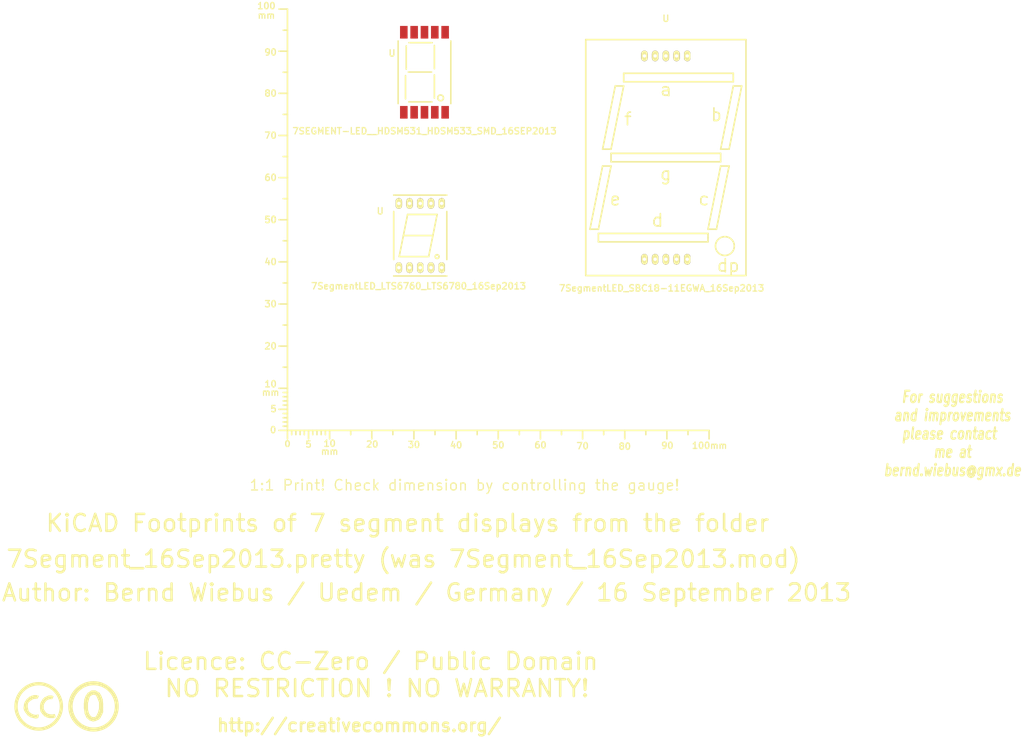
<source format=kicad_pcb>
(kicad_pcb (version 20221018) (generator pcbnew)
  (layers (0 "F.Cu" signal "Vorderseite") (31 "B.Cu" signal "Rückseite") (34 "B.Paste" user) (35 "F.Paste" user) (36 "B.SilkS" user) (37 "F.SilkS" user) (38 "B.Mask" user) (39 "F.Mask" user) (44 "Edge.Cuts" user))
  (net 0 "")
  (footprint "Gauge_100mm_Type2_SilkScreenTop_RevA_Date22Jun2010" (layer "F.Cu") (at 86 123)
    (fp_text reference "MSC" hide)
    (fp_text value "Gauge_100mm_Type2_SilkScreenTop_RevA_Date22Jun2010" hide)
    (fp_text user "50" (at -4.0005 -49.9999) (layer "F.SilkS") (effects (font (size 1.50114 1.50114) (thickness 0.34036))))
    (fp_text user "40" (at 40.005 3.50012) (layer "F.SilkS") (effects (font (size 1.50114 1.50114) (thickness 0.29972))))
    (fp_text user "40" (at -4.0005 -39.99992) (layer "F.SilkS") (effects (font (size 1.50114 1.50114) (thickness 0.29972))))
    (fp_text user "70" (at 70.00494 3.70078) (layer "F.SilkS") (effects (font (size 1.50114 1.50114) (thickness 0.29972))))
    (fp_text user "20" (at -4.0005 -19.99996) (layer "F.SilkS") (effects (font (size 1.50114 1.50114) (thickness 0.29972))))
    (fp_text user "100mm" (at 100.10648 3.60172) (layer "F.SilkS") (effects (font (size 1.50114 1.50114) (thickness 0.29972))))
    (fp_text user "0" (at 0.00508 3.19786) (layer "F.SilkS") (effects (font (size 1.39954 1.50114) (thickness 0.29972))))
    (fp_text user "60" (at -4.0005 -59.99988) (layer "F.SilkS") (effects (font (size 1.50114 1.50114) (thickness 0.29972))))
    (fp_text user "mm" (at -5.00126 -98.5012) (layer "F.SilkS") (effects (font (size 1.524 1.524) (thickness 0.3048))))
    (fp_text user "100" (at -4.99872 -100.7491) (layer "F.SilkS") (effects (font (size 1.50114 1.50114) (thickness 0.29972))))
    (fp_text user "90" (at -4.0005 -89.7509) (layer "F.SilkS") (effects (font (size 1.50114 1.50114) (thickness 0.29972))))
    (fp_text user "mm" (at -4.0005 -8.99922) (layer "F.SilkS") (effects (font (size 1.524 1.524) (thickness 0.3048))))
    (fp_text user "20" (at 20.1041 3.29946) (layer "F.SilkS") (effects (font (size 1.50114 1.50114) (thickness 0.29972))))
    (fp_text user "5" (at 5.0038 3.29946) (layer "F.SilkS") (effects (font (size 1.50114 1.50114) (thickness 0.29972))))
    (fp_text user "0" (at -3.4036 -0.10414) (layer "F.SilkS") (effects (font (size 1.50114 1.50114) (thickness 0.29972))))
    (fp_text user "30" (at 30.00502 3.39852) (layer "F.SilkS") (effects (font (size 1.50114 1.50114) (thickness 0.29972))))
    (fp_text user "80" (at 80.00492 3.79984) (layer "F.SilkS") (effects (font (size 1.50114 1.50114) (thickness 0.29972))))
    (fp_text user "5" (at -3.302 -5.10286) (layer "F.SilkS") (effects (font (size 1.50114 1.50114) (thickness 0.29972))))
    (fp_text user "80" (at -4.0005 -79.99984) (layer "F.SilkS") (effects (font (size 1.50114 1.50114) (thickness 0.29972))))
    (fp_text user "10" (at 10.00506 3.0988) (layer "F.SilkS") (effects (font (size 1.50114 1.50114) (thickness 0.29972))))
    (fp_text user "10" (at -4.0005 -11.00074) (layer "F.SilkS") (effects (font (size 1.50114 1.50114) (thickness 0.29972))))
    (fp_text user "mm" (at 9.99998 5.00126) (layer "F.SilkS") (effects (font (size 1.524 1.524) (thickness 0.3048))))
    (fp_text user "50" (at 50.00498 3.50012) (layer "F.SilkS") (effects (font (size 1.50114 1.50114) (thickness 0.29972))))
    (fp_text user "90" (at 90.1065 3.60172) (layer "F.SilkS") (effects (font (size 1.50114 1.50114) (thickness 0.29972))))
    (fp_text user "70" (at -4.0005 -69.99986) (layer "F.SilkS") (effects (font (size 1.50114 1.50114) (thickness 0.29972))))
    (fp_text user "30" (at -4.0005 -29.99994) (layer "F.SilkS") (effects (font (size 1.50114 1.50114) (thickness 0.29972))))
    (fp_text user "60" (at 60.00496 3.50012) (layer "F.SilkS") (effects (font (size 1.50114 1.50114) (thickness 0.29972))))
    (fp_line (start 0 -99.9998) (end -1.99898 -99.9998) (stroke (width 0.381)) (layer "F.SilkS"))
    (fp_line (start 0 -95.00108) (end -1.00076 -95.00108) (stroke (width 0.381)) (layer "F.SilkS"))
    (fp_line (start 0 -89.99982) (end -1.99898 -89.99982) (stroke (width 0.381)) (layer "F.SilkS"))
    (fp_line (start 0 -85.0011) (end -1.00076 -85.0011) (stroke (width 0.381)) (layer "F.SilkS"))
    (fp_line (start 0 -79.99984) (end -1.99898 -79.99984) (stroke (width 0.381)) (layer "F.SilkS"))
    (fp_line (start 0 -75.00112) (end -1.00076 -75.00112) (stroke (width 0.381)) (layer "F.SilkS"))
    (fp_line (start 0 -69.99986) (end -1.99898 -69.99986) (stroke (width 0.381)) (layer "F.SilkS"))
    (fp_line (start 0 -65.00114) (end -1.00076 -65.00114) (stroke (width 0.381)) (layer "F.SilkS"))
    (fp_line (start 0 -59.99988) (end -1.99898 -59.99988) (stroke (width 0.381)) (layer "F.SilkS"))
    (fp_line (start 0 -55.00116) (end -1.00076 -55.00116) (stroke (width 0.381)) (layer "F.SilkS"))
    (fp_line (start 0 -49.9999) (end -1.99898 -49.9999) (stroke (width 0.381)) (layer "F.SilkS"))
    (fp_line (start 0 -45.00118) (end -1.00076 -45.00118) (stroke (width 0.381)) (layer "F.SilkS"))
    (fp_line (start 0 -39.99992) (end -1.99898 -39.99992) (stroke (width 0.381)) (layer "F.SilkS"))
    (fp_line (start 0 -35.0012) (end -1.00076 -35.0012) (stroke (width 0.381)) (layer "F.SilkS"))
    (fp_line (start 0 -29.99994) (end -1.99898 -29.99994) (stroke (width 0.381)) (layer "F.SilkS"))
    (fp_line (start 0 -25.00122) (end -1.00076 -25.00122) (stroke (width 0.381)) (layer "F.SilkS"))
    (fp_line (start 0 -19.99996) (end -1.99898 -19.99996) (stroke (width 0.381)) (layer "F.SilkS"))
    (fp_line (start 0 -15.00124) (end -1.00076 -15.00124) (stroke (width 0.381)) (layer "F.SilkS"))
    (fp_line (start 0 -9.99998) (end -1.99898 -9.99998) (stroke (width 0.381)) (layer "F.SilkS"))
    (fp_line (start 0 -8.99922) (end -1.00076 -8.99922) (stroke (width 0.381)) (layer "F.SilkS"))
    (fp_line (start 0 -8.001) (end -1.00076 -8.001) (stroke (width 0.381)) (layer "F.SilkS"))
    (fp_line (start 0 -7.00024) (end -1.00076 -7.00024) (stroke (width 0.381)) (layer "F.SilkS"))
    (fp_line (start 0 -5.99948) (end -1.00076 -5.99948) (stroke (width 0.381)) (layer "F.SilkS"))
    (fp_line (start 0 -5.00126) (end -1.99898 -5.00126) (stroke (width 0.381)) (layer "F.SilkS"))
    (fp_line (start 0 -4.0005) (end -1.00076 -4.0005) (stroke (width 0.381)) (layer "F.SilkS"))
    (fp_line (start 0 -2.99974) (end -1.00076 -2.99974) (stroke (width 0.381)) (layer "F.SilkS"))
    (fp_line (start 0 -1.99898) (end -1.00076 -1.99898) (stroke (width 0.381)) (layer "F.SilkS"))
    (fp_line (start 0 -1.00076) (end -1.00076 -1.00076) (stroke (width 0.381)) (layer "F.SilkS"))
    (fp_line (start 0 0) (end -1.99898 0) (stroke (width 0.381)) (layer "F.SilkS"))
    (fp_line (start 0 0) (end 0 -99.9998) (stroke (width 0.381)) (layer "F.SilkS"))
    (fp_line (start 0 0) (end 0 1.99898) (stroke (width 0.381)) (layer "F.SilkS"))
    (fp_line (start 0 0) (end 9.99998 0) (stroke (width 0.381)) (layer "F.SilkS"))
    (fp_line (start 1.00076 0) (end 1.00076 1.00076) (stroke (width 0.381)) (layer "F.SilkS"))
    (fp_line (start 1.99898 0) (end 1.99898 1.00076) (stroke (width 0.381)) (layer "F.SilkS"))
    (fp_line (start 2.99974 0) (end 2.99974 1.00076) (stroke (width 0.381)) (layer "F.SilkS"))
    (fp_line (start 4.0005 0) (end 4.0005 1.00076) (stroke (width 0.381)) (layer "F.SilkS"))
    (fp_line (start 5.00126 0) (end 5.00126 1.99898) (stroke (width 0.381)) (layer "F.SilkS"))
    (fp_line (start 5.99948 0) (end 5.99948 1.00076) (stroke (width 0.381)) (layer "F.SilkS"))
    (fp_line (start 7.00024 0) (end 7.00024 1.00076) (stroke (width 0.381)) (layer "F.SilkS"))
    (fp_line (start 8.001 0) (end 8.001 1.00076) (stroke (width 0.381)) (layer "F.SilkS"))
    (fp_line (start 8.99922 0) (end 8.99922 1.00076) (stroke (width 0.381)) (layer "F.SilkS"))
    (fp_line (start 9.99998 0) (end 9.99998 1.99898) (stroke (width 0.381)) (layer "F.SilkS"))
    (fp_line (start 9.99998 0) (end 99.9998 0) (stroke (width 0.381)) (layer "F.SilkS"))
    (fp_line (start 15.00124 0) (end 15.00124 1.00076) (stroke (width 0.381)) (layer "F.SilkS"))
    (fp_line (start 19.99996 0) (end 19.99996 1.99898) (stroke (width 0.381)) (layer "F.SilkS"))
    (fp_line (start 25.00122 0) (end 25.00122 1.00076) (stroke (width 0.381)) (layer "F.SilkS"))
    (fp_line (start 29.99994 0) (end 29.99994 1.99898) (stroke (width 0.381)) (layer "F.SilkS"))
    (fp_line (start 35.0012 0) (end 35.0012 1.00076) (stroke (width 0.381)) (layer "F.SilkS"))
    (fp_line (start 39.99992 0) (end 39.99992 1.99898) (stroke (width 0.381)) (layer "F.SilkS"))
    (fp_line (start 45.00118 0) (end 45.00118 1.00076) (stroke (width 0.381)) (layer "F.SilkS"))
    (fp_line (start 49.9999 0) (end 49.9999 1.99898) (stroke (width 0.381)) (layer "F.SilkS"))
    (fp_line (start 55.00116 0) (end 55.00116 1.00076) (stroke (width 0.381)) (layer "F.SilkS"))
    (fp_line (start 59.99988 0) (end 59.99988 1.99898) (stroke (width 0.381)) (layer "F.SilkS"))
    (fp_line (start 65.00114 0) (end 65.00114 1.00076) (stroke (width 0.381)) (layer "F.SilkS"))
    (fp_line (start 69.99986 0) (end 69.99986 1.99898) (stroke (width 0.381)) (layer "F.SilkS"))
    (fp_line (start 75.00112 0) (end 75.00112 1.00076) (stroke (width 0.381)) (layer "F.SilkS"))
    (fp_line (start 79.99984 0) (end 79.99984 1.99898) (stroke (width 0.381)) (layer "F.SilkS"))
    (fp_line (start 85.0011 0) (end 85.0011 1.00076) (stroke (width 0.381)) (layer "F.SilkS"))
    (fp_line (start 89.99982 0) (end 89.99982 1.99898) (stroke (width 0.381)) (layer "F.SilkS"))
    (fp_line (start 95.00108 0) (end 95.00108 1.00076) (stroke (width 0.381)) (layer "F.SilkS"))
    (fp_line (start 99.9998 0) (end 99.9998 1.99898) (stroke (width 0.381)) (layer "F.SilkS"))
  )
  (footprint "Symbol_CreativeCommons_SilkScreenTop_Type2_Big" (layer "F.Cu") (at 27 188.5)
    (fp_text reference "Sym" hide)
    (fp_text value "Symbol_CreativeCommons_Typ2_SilkScreenTop_Big" hide)
    (fp_line (start -5.40004 0.09906) (end -5.19938 1.30048) (stroke (width 0.381)) (layer "F.SilkS"))
    (fp_line (start -5.30098 -1.09982) (end -5.40004 0.09906) (stroke (width 0.381)) (layer "F.SilkS"))
    (fp_line (start -5.19938 1.30048) (end -4.8006 2.4003) (stroke (width 0.381)) (layer "F.SilkS"))
    (fp_line (start -5.00126 -2.10058) (end -5.30098 -1.09982) (stroke (width 0.381)) (layer "F.SilkS"))
    (fp_line (start -4.8006 2.4003) (end -3.79984 3.8989) (stroke (width 0.381)) (layer "F.SilkS"))
    (fp_line (start -4.50088 -2.99974) (end -5.00126 -2.10058) (stroke (width 0.381)) (layer "F.SilkS"))
    (fp_line (start -4.0005 -3.59918) (end -4.50088 -2.99974) (stroke (width 0.381)) (layer "F.SilkS"))
    (fp_line (start -3.79984 3.8989) (end -2.60096 4.8006) (stroke (width 0.381)) (layer "F.SilkS"))
    (fp_line (start -3.40106 0.39878) (end -3.29946 0.89916) (stroke (width 0.381)) (layer "F.SilkS"))
    (fp_line (start -3.29946 -4.20116) (end -4.0005 -3.59918) (stroke (width 0.381)) (layer "F.SilkS"))
    (fp_line (start -3.29946 -0.50038) (end -3.40106 0.39878) (stroke (width 0.381)) (layer "F.SilkS"))
    (fp_line (start -3.29946 -0.29972) (end -3.29946 0.40132) (stroke (width 0.381)) (layer "F.SilkS"))
    (fp_line (start -3.29946 0.40132) (end -3.2004 1.00076) (stroke (width 0.381)) (layer "F.SilkS"))
    (fp_line (start -3.29946 0.8001) (end -2.99974 1.39954) (stroke (width 0.381)) (layer "F.SilkS"))
    (fp_line (start -3.0988 -1.00076) (end -3.29946 -0.50038) (stroke (width 0.381)) (layer "F.SilkS"))
    (fp_line (start -3.0988 -0.89916) (end -3.29946 -0.29972) (stroke (width 0.381)) (layer "F.SilkS"))
    (fp_line (start -3.0988 0) (end -2.99974 -0.59944) (stroke (width 0.381)) (layer "F.SilkS"))
    (fp_line (start -2.99974 -0.8001) (end -2.70002 -1.30048) (stroke (width 0.381)) (layer "F.SilkS"))
    (fp_line (start -2.99974 0.70104) (end -3.0988 0) (stroke (width 0.381)) (layer "F.SilkS"))
    (fp_line (start -2.9972 1.19888) (end -2.59842 1.19888) (stroke (width 0.381)) (layer "F.SilkS"))
    (fp_line (start -2.89814 1.4986) (end -2.49682 1.99898) (stroke (width 0.381)) (layer "F.SilkS"))
    (fp_line (start -2.79908 -0.29972) (end -2.79908 0.20066) (stroke (width 0.381)) (layer "F.SilkS"))
    (fp_line (start -2.79908 0.20066) (end -2.59842 1.00076) (stroke (width 0.381)) (layer "F.SilkS"))
    (fp_line (start -2.79908 1.39954) (end -2.99974 0.70104) (stroke (width 0.381)) (layer "F.SilkS"))
    (fp_line (start -2.70002 -4.699) (end -3.29946 -4.20116) (stroke (width 0.381)) (layer "F.SilkS"))
    (fp_line (start -2.70002 -1.6002) (end -3.0988 -1.00076) (stroke (width 0.381)) (layer "F.SilkS"))
    (fp_line (start -2.70002 -1.09982) (end -2.19964 -1.6002) (stroke (width 0.381)) (layer "F.SilkS"))
    (fp_line (start -2.70002 -0.8001) (end -2.79908 -0.29972) (stroke (width 0.381)) (layer "F.SilkS"))
    (fp_line (start -2.69748 1.00076) (end -2.39776 1.39954) (stroke (width 0.381)) (layer "F.SilkS"))
    (fp_line (start -2.60096 4.8006) (end -1.30048 5.30098) (stroke (width 0.381)) (layer "F.SilkS"))
    (fp_line (start -2.59842 -1.6002) (end -3.0988 -0.89916) (stroke (width 0.381)) (layer "F.SilkS"))
    (fp_line (start -2.49936 -1.69926) (end -2.70002 -1.6002) (stroke (width 0.381)) (layer "F.SilkS"))
    (fp_line (start -2.49682 1.99898) (end -1.89738 2.4003) (stroke (width 0.381)) (layer "F.SilkS"))
    (fp_line (start -2.4003 -1.30048) (end -2.70002 -0.8001) (stroke (width 0.381)) (layer "F.SilkS"))
    (fp_line (start -2.29616 1.4986) (end -1.79578 1.89992) (stroke (width 0.381)) (layer "F.SilkS"))
    (fp_line (start -2.29616 1.79832) (end -2.79654 1.29794) (stroke (width 0.381)) (layer "F.SilkS"))
    (fp_line (start -2.19964 -1.69926) (end -1.69926 -1.99898) (stroke (width 0.381)) (layer "F.SilkS"))
    (fp_line (start -2.10058 -2.09804) (end -2.59842 -1.69926) (stroke (width 0.381)) (layer "F.SilkS"))
    (fp_line (start -1.99898 -4.89966) (end -2.70002 -4.699) (stroke (width 0.381)) (layer "F.SilkS"))
    (fp_line (start -1.89992 -1.59766) (end -2.4003 -1.19888) (stroke (width 0.381)) (layer "F.SilkS"))
    (fp_line (start -1.89738 2.4003) (end -1.19634 2.59842) (stroke (width 0.381)) (layer "F.SilkS"))
    (fp_line (start -1.79578 1.89992) (end -1.29794 2.09804) (stroke (width 0.381)) (layer "F.SilkS"))
    (fp_line (start -1.69926 -1.99898) (end -1.19888 -2.19964) (stroke (width 0.381)) (layer "F.SilkS"))
    (fp_line (start -1.59766 2.2987) (end -2.29616 1.79832) (stroke (width 0.381)) (layer "F.SilkS"))
    (fp_line (start -1.4986 -2.39776) (end -2.10058 -2.09804) (stroke (width 0.381)) (layer "F.SilkS"))
    (fp_line (start -1.39954 -1.89738) (end -1.89992 -1.59766) (stroke (width 0.381)) (layer "F.SilkS"))
    (fp_line (start -1.30048 -5.10032) (end -1.99898 -4.89966) (stroke (width 0.381)) (layer "F.SilkS"))
    (fp_line (start -1.30048 5.30098) (end 0.09906 5.30098) (stroke (width 0.381)) (layer "F.SilkS"))
    (fp_line (start -1.29794 2.09804) (end -0.89662 2.19964) (stroke (width 0.381)) (layer "F.SilkS"))
    (fp_line (start -1.19888 -2.19964) (end -0.6985 -2.19964) (stroke (width 0.381)) (layer "F.SilkS"))
    (fp_line (start -1.19634 2.59842) (end -0.69596 2.70002) (stroke (width 0.381)) (layer "F.SilkS"))
    (fp_line (start -1.00076 -2.49936) (end -1.4986 -2.39776) (stroke (width 0.381)) (layer "F.SilkS"))
    (fp_line (start -0.89916 -1.99898) (end -1.39954 -1.89738) (stroke (width 0.381)) (layer "F.SilkS"))
    (fp_line (start -0.89662 2.19964) (end -0.49784 2.19964) (stroke (width 0.381)) (layer "F.SilkS"))
    (fp_line (start -0.89662 2.49936) (end -1.59766 2.2987) (stroke (width 0.381)) (layer "F.SilkS"))
    (fp_line (start -0.70104 2.70002) (end -0.29972 2.60096) (stroke (width 0.381)) (layer "F.SilkS"))
    (fp_line (start -0.6985 -2.19964) (end -0.29972 -2.19964) (stroke (width 0.381)) (layer "F.SilkS"))
    (fp_line (start -0.59944 -2.49936) (end -1.00076 -2.49936) (stroke (width 0.381)) (layer "F.SilkS"))
    (fp_line (start -0.50038 -5.40004) (end -1.30048 -5.10032) (stroke (width 0.381)) (layer "F.SilkS"))
    (fp_line (start -0.49784 2.19964) (end -0.19812 2.09804) (stroke (width 0.381)) (layer "F.SilkS"))
    (fp_line (start -0.39878 -1.99898) (end -0.89916 -1.99898) (stroke (width 0.381)) (layer "F.SilkS"))
    (fp_line (start -0.29972 -2.19964) (end -0.20066 -2.39776) (stroke (width 0.381)) (layer "F.SilkS"))
    (fp_line (start -0.29972 2.60096) (end -0.20066 2.10058) (stroke (width 0.381)) (layer "F.SilkS"))
    (fp_line (start -0.29718 2.4003) (end -0.89662 2.49936) (stroke (width 0.381)) (layer "F.SilkS"))
    (fp_line (start -0.20066 -2.39776) (end -0.59944 -2.49936) (stroke (width 0.381)) (layer "F.SilkS"))
    (fp_line (start -0.19812 2.09804) (end -0.29718 2.4003) (stroke (width 0.381)) (layer "F.SilkS"))
    (fp_line (start -0.19812 2.4003) (end -0.29718 2.59842) (stroke (width 0.381)) (layer "F.SilkS"))
    (fp_line (start 0 -5.40004) (end -0.50038 -5.40004) (stroke (width 0.381)) (layer "F.SilkS"))
    (fp_line (start 0.09906 5.30098) (end 1.6002 5.19938) (stroke (width 0.381)) (layer "F.SilkS"))
    (fp_line (start 0.50292 -0.20066) (end 0.50292 0.49784) (stroke (width 0.381)) (layer "F.SilkS"))
    (fp_line (start 0.50292 0.49784) (end 0.60198 1.09982) (stroke (width 0.381)) (layer "F.SilkS"))
    (fp_line (start 0.60198 -0.70104) (end 0.50292 -0.20066) (stroke (width 0.381)) (layer "F.SilkS"))
    (fp_line (start 0.60198 1.09982) (end 1.00076 1.69926) (stroke (width 0.381)) (layer "F.SilkS"))
    (fp_line (start 0.70104 -0.29972) (end 1.00076 -1.00076) (stroke (width 0.381)) (layer "F.SilkS"))
    (fp_line (start 0.80264 -1.09982) (end 0.60198 -0.70104) (stroke (width 0.381)) (layer "F.SilkS"))
    (fp_line (start 0.80264 0.6985) (end 0.70104 -0.29972) (stroke (width 0.381)) (layer "F.SilkS"))
    (fp_line (start 1.00076 -1.00076) (end 1.60274 -1.7018) (stroke (width 0.381)) (layer "F.SilkS"))
    (fp_line (start 1.00076 -0.40132) (end 1.00076 0.09906) (stroke (width 0.381)) (layer "F.SilkS"))
    (fp_line (start 1.00076 0.09906) (end 1.00076 0.6985) (stroke (width 0.381)) (layer "F.SilkS"))
    (fp_line (start 1.00076 0.6985) (end 1.30048 1.19888) (stroke (width 0.381)) (layer "F.SilkS"))
    (fp_line (start 1.00076 1.69926) (end 1.50114 2.19964) (stroke (width 0.381)) (layer "F.SilkS"))
    (fp_line (start 1.10236 -1.6002) (end 0.80264 -1.09982) (stroke (width 0.381)) (layer "F.SilkS"))
    (fp_line (start 1.20142 1.6002) (end 0.80264 0.6985) (stroke (width 0.381)) (layer "F.SilkS"))
    (fp_line (start 1.30048 -1.00076) (end 1.00076 -0.40132) (stroke (width 0.381)) (layer "F.SilkS"))
    (fp_line (start 1.30048 1.19888) (end 1.7018 1.69926) (stroke (width 0.381)) (layer "F.SilkS"))
    (fp_line (start 1.39954 -5.19938) (end 0 -5.30098) (stroke (width 0.381)) (layer "F.SilkS"))
    (fp_line (start 1.50114 -2.00152) (end 1.10236 -1.6002) (stroke (width 0.381)) (layer "F.SilkS"))
    (fp_line (start 1.50114 2.19964) (end 2.10058 2.49936) (stroke (width 0.381)) (layer "F.SilkS"))
    (fp_line (start 1.6002 5.19938) (end 2.60096 4.699) (stroke (width 0.381)) (layer "F.SilkS"))
    (fp_line (start 1.60274 -1.7018) (end 2.30124 -2.10058) (stroke (width 0.381)) (layer "F.SilkS"))
    (fp_line (start 1.7018 1.69926) (end 2.30124 1.99898) (stroke (width 0.381)) (layer "F.SilkS"))
    (fp_line (start 1.80086 -1.6002) (end 1.30048 -1.00076) (stroke (width 0.381)) (layer "F.SilkS"))
    (fp_line (start 1.80086 2.09804) (end 1.20142 1.6002) (stroke (width 0.381)) (layer "F.SilkS"))
    (fp_line (start 2.00152 -2.20218) (end 1.50114 -2.00152) (stroke (width 0.381)) (layer "F.SilkS"))
    (fp_line (start 2.10058 2.49936) (end 2.60096 2.59842) (stroke (width 0.381)) (layer "F.SilkS"))
    (fp_line (start 2.30124 -2.10058) (end 3.00228 -2.10058) (stroke (width 0.381)) (layer "F.SilkS"))
    (fp_line (start 2.30124 1.99898) (end 2.90068 2.09804) (stroke (width 0.381)) (layer "F.SilkS"))
    (fp_line (start 2.4003 -4.8006) (end 1.39954 -5.19938) (stroke (width 0.381)) (layer "F.SilkS"))
    (fp_line (start 2.40284 -2.4003) (end 2.00152 -2.20218) (stroke (width 0.381)) (layer "F.SilkS"))
    (fp_line (start 2.5019 -1.89992) (end 1.80086 -1.6002) (stroke (width 0.381)) (layer "F.SilkS"))
    (fp_line (start 2.60096 2.59842) (end 3.00228 2.59842) (stroke (width 0.381)) (layer "F.SilkS"))
    (fp_line (start 2.60096 4.699) (end 4.20116 3.40106) (stroke (width 0.381)) (layer "F.SilkS"))
    (fp_line (start 2.80162 2.4003) (end 1.80086 2.09804) (stroke (width 0.381)) (layer "F.SilkS"))
    (fp_line (start 2.90068 2.09804) (end 3.40106 2.09804) (stroke (width 0.381)) (layer "F.SilkS"))
    (fp_line (start 2.99974 -2.4003) (end 3.29946 -2.30124) (stroke (width 0.381)) (layer "F.SilkS"))
    (fp_line (start 3.00228 -2.4003) (end 2.40284 -2.4003) (stroke (width 0.381)) (layer "F.SilkS"))
    (fp_line (start 3.00228 -2.10058) (end 3.10134 -1.89992) (stroke (width 0.381)) (layer "F.SilkS"))
    (fp_line (start 3.00228 2.59842) (end 3.40106 2.59842) (stroke (width 0.381)) (layer "F.SilkS"))
    (fp_line (start 3.10134 -1.89992) (end 2.5019 -1.89992) (stroke (width 0.381)) (layer "F.SilkS"))
    (fp_line (start 3.29946 -2.30124) (end 3.0988 -1.99898) (stroke (width 0.381)) (layer "F.SilkS"))
    (fp_line (start 3.40106 -4.09956) (end 2.4003 -4.8006) (stroke (width 0.381)) (layer "F.SilkS"))
    (fp_line (start 3.40106 2.09804) (end 3.70078 1.99898) (stroke (width 0.381)) (layer "F.SilkS"))
    (fp_line (start 3.40106 2.59842) (end 3.80238 2.49936) (stroke (width 0.381)) (layer "F.SilkS"))
    (fp_line (start 3.70078 2.10058) (end 3.79984 2.4003) (stroke (width 0.381)) (layer "F.SilkS"))
    (fp_line (start 3.70078 2.2987) (end 2.80162 2.4003) (stroke (width 0.381)) (layer "F.SilkS"))
    (fp_line (start 3.80238 2.49936) (end 3.70078 2.2987) (stroke (width 0.381)) (layer "F.SilkS"))
    (fp_line (start 4.20116 3.40106) (end 5.00126 1.80086) (stroke (width 0.381)) (layer "F.SilkS"))
    (fp_line (start 4.699 -2.49936) (end 3.40106 -4.09956) (stroke (width 0.381)) (layer "F.SilkS"))
    (fp_line (start 5.00126 1.80086) (end 5.40004 0.29972) (stroke (width 0.381)) (layer "F.SilkS"))
    (fp_line (start 5.19938 -1.39954) (end 4.699 -2.49936) (stroke (width 0.381)) (layer "F.SilkS"))
    (fp_line (start 5.40004 0.29972) (end 5.19938 -1.39954) (stroke (width 0.381)) (layer "F.SilkS"))
    (fp_circle (center 0 0) (end 5.08 1.016) (stroke (width 0.381)) (fill none) (layer "F.SilkS"))
    (fp_circle (center 0 0) (end 5.588 0) (stroke (width 0.381)) (fill none) (layer "F.SilkS"))
  )
  (footprint "Symbol_CC-PublicDomain_SilkScreenTop_Big" (layer "F.Cu") (at 40 188.5)
    (fp_text reference "Sym" hide)
    (fp_text value "Symbol_CC-PublicDomain_SilkScreenTop_Big" hide)
    (fp_line (start -2.1 -0.6) (end -2 -1.6) (stroke (width 0.381)) (layer "F.SilkS"))
    (fp_line (start -2.1 0.4) (end -2.1 -0.6) (stroke (width 0.381)) (layer "F.SilkS"))
    (fp_line (start -2 -1.6) (end -1.7 -2.4) (stroke (width 0.381)) (layer "F.SilkS"))
    (fp_line (start -1.9 0.6) (end -1.7 -1.9) (stroke (width 0.381)) (layer "F.SilkS"))
    (fp_line (start -1.9 1.7) (end -2.1 0.4) (stroke (width 0.381)) (layer "F.SilkS"))
    (fp_line (start -1.8 -0.7) (end -1.4 -2.2) (stroke (width 0.381)) (layer "F.SilkS"))
    (fp_line (start -1.8 1.2) (end -1.6 1.9) (stroke (width 0.381)) (layer "F.SilkS"))
    (fp_line (start -1.7 -2.4) (end -1.2 -3.1) (stroke (width 0.381)) (layer "F.SilkS"))
    (fp_line (start -1.7 1) (end -1.8 -0.7) (stroke (width 0.381)) (layer "F.SilkS"))
    (fp_line (start -1.6 1.9) (end -1.2 2.5) (stroke (width 0.381)) (layer "F.SilkS"))
    (fp_line (start -1.5 -0.75) (end -1.25 -1.75) (stroke (width 0.381)) (layer "F.SilkS"))
    (fp_line (start -1.5 0.75) (end -1.5 -0.75) (stroke (width 0.381)) (layer "F.SilkS"))
    (fp_line (start -1.5 2.6) (end -1.9 1.7) (stroke (width 0.381)) (layer "F.SilkS"))
    (fp_line (start -1.4 -2.2) (end -1 -2.9) (stroke (width 0.381)) (layer "F.SilkS"))
    (fp_line (start -1.3 2.3) (end -1.7 1) (stroke (width 0.381)) (layer "F.SilkS"))
    (fp_line (start -1.25 -1.75) (end -1 -2.5) (stroke (width 0.381)) (layer "F.SilkS"))
    (fp_line (start -1.25 1.75) (end -1.5 0.75) (stroke (width 0.381)) (layer "F.SilkS"))
    (fp_line (start -1.2 -3.1) (end -0.4 -3.6) (stroke (width 0.381)) (layer "F.SilkS"))
    (fp_line (start -1.1 2.7) (end -1.9 0.6) (stroke (width 0.381)) (layer "F.SilkS"))
    (fp_line (start -1 -2.9) (end -0.2 -3.3) (stroke (width 0.381)) (layer "F.SilkS"))
    (fp_line (start -1 -2.5) (end -0.3 -2.9) (stroke (width 0.381)) (layer "F.SilkS"))
    (fp_line (start -0.8 3.2) (end -1.5 2.6) (stroke (width 0.381)) (layer "F.SilkS"))
    (fp_line (start -0.75 2.5) (end -1.25 1.75) (stroke (width 0.381)) (layer "F.SilkS"))
    (fp_line (start -0.5 3.2) (end -1.1 2.7) (stroke (width 0.381)) (layer "F.SilkS"))
    (fp_line (start -0.4 -3.6) (end 0.4 -3.6) (stroke (width 0.381)) (layer "F.SilkS"))
    (fp_line (start -0.4 3) (end -1.3 2.3) (stroke (width 0.381)) (layer "F.SilkS"))
    (fp_line (start -0.3 -2.9) (end 0.2 -3) (stroke (width 0.381)) (layer "F.SilkS"))
    (fp_line (start -0.25 2.75) (end -0.75 2.5) (stroke (width 0.381)) (layer "F.SilkS"))
    (fp_line (start -0.2 -3.3) (end 0.7 -3.2) (stroke (width 0.381)) (layer "F.SilkS"))
    (fp_line (start -0.1 3.4) (end -0.8 3.2) (stroke (width 0.381)) (layer "F.SilkS"))
    (fp_line (start 0 -3) (end 0.75 -2.75) (stroke (width 0.381)) (layer "F.SilkS"))
    (fp_line (start 0.2 -3) (end 0.8 -3) (stroke (width 0.381)) (layer "F.SilkS"))
    (fp_line (start 0.2 3.2) (end -0.5 3.2) (stroke (width 0.381)) (layer "F.SilkS"))
    (fp_line (start 0.25 2.75) (end -0.25 2.75) (stroke (width 0.381)) (layer "F.SilkS"))
    (fp_line (start 0.4 -3.6) (end 1.1 -3.2) (stroke (width 0.381)) (layer "F.SilkS"))
    (fp_line (start 0.4 3.3) (end -0.1 3.4) (stroke (width 0.381)) (layer "F.SilkS"))
    (fp_line (start 0.5 3) (end -0.4 3) (stroke (width 0.381)) (layer "F.SilkS"))
    (fp_line (start 0.7 -3.2) (end 1.3 -3.1) (stroke (width 0.381)) (layer "F.SilkS"))
    (fp_line (start 0.75 -2.75) (end 1 -2.25) (stroke (width 0.381)) (layer "F.SilkS"))
    (fp_line (start 0.75 2.5) (end 0.25 2.75) (stroke (width 0.381)) (layer "F.SilkS"))
    (fp_line (start 0.8 -3) (end 1.4 -2.3) (stroke (width 0.381)) (layer "F.SilkS"))
    (fp_line (start 1 -2.25) (end 1.5 -1) (stroke (width 0.381)) (layer "F.SilkS"))
    (fp_line (start 1 2.7) (end 0.5 3) (stroke (width 0.381)) (layer "F.SilkS"))
    (fp_line (start 1.1 -3.2) (end 1.1 -2.9) (stroke (width 0.381)) (layer "F.SilkS"))
    (fp_line (start 1.1 -2.9) (end 1.8 -1.5) (stroke (width 0.381)) (layer "F.SilkS"))
    (fp_line (start 1.1 -2.5) (end 1.4 -1.9) (stroke (width 0.381)) (layer "F.SilkS"))
    (fp_line (start 1.1 3) (end 0.4 3.3) (stroke (width 0.381)) (layer "F.SilkS"))
    (fp_line (start 1.2 2.6) (end 0.2 3.2) (stroke (width 0.381)) (layer "F.SilkS"))
    (fp_line (start 1.25 1.5) (end 0.75 2.5) (stroke (width 0.381)) (layer "F.SilkS"))
    (fp_line (start 1.3 -3.1) (end 1.7 -2.4) (stroke (width 0.381)) (layer "F.SilkS"))
    (fp_line (start 1.4 -2.3) (end 1.6 -1.4) (stroke (width 0.381)) (layer "F.SilkS"))
    (fp_line (start 1.4 1.8) (end 1 2.7) (stroke (width 0.381)) (layer "F.SilkS"))
    (fp_line (start 1.5 -1) (end 1.5 -0.5) (stroke (width 0.381)) (layer "F.SilkS"))
    (fp_line (start 1.5 -0.5) (end 1.5 0.5) (stroke (width 0.381)) (layer "F.SilkS"))
    (fp_line (start 1.5 0.5) (end 1.25 1.5) (stroke (width 0.381)) (layer "F.SilkS"))
    (fp_line (start 1.5 2.6) (end 1.1 3) (stroke (width 0.381)) (layer "F.SilkS"))
    (fp_line (start 1.6 -1.4) (end 1.7 -0.3) (stroke (width 0.381)) (layer "F.SilkS"))
    (fp_line (start 1.7 -2.4) (end 2 -1.6) (stroke (width 0.381)) (layer "F.SilkS"))
    (fp_line (start 1.7 -0.3) (end 1.7 0.9) (stroke (width 0.381)) (layer "F.SilkS"))
    (fp_line (start 1.7 0.9) (end 1.4 1.8) (stroke (width 0.381)) (layer "F.SilkS"))
    (fp_line (start 1.8 -1.5) (end 1.8 -0.4) (stroke (width 0.381)) (layer "F.SilkS"))
    (fp_line (start 1.8 -0.4) (end 1.8 1.1) (stroke (width 0.381)) (layer "F.SilkS"))
    (fp_line (start 1.8 1.1) (end 1.2 2.6) (stroke (width 0.381)) (layer "F.SilkS"))
    (fp_line (start 1.9 1.8) (end 1.5 2.6) (stroke (width 0.381)) (layer "F.SilkS"))
    (fp_line (start 2 -1.6) (end 2.1 -0.6) (stroke (width 0.381)) (layer "F.SilkS"))
    (fp_line (start 2.1 -0.6) (end 2.1 0.3) (stroke (width 0.381)) (layer "F.SilkS"))
    (fp_line (start 2.1 0.3) (end 2.1 1.3) (stroke (width 0.381)) (layer "F.SilkS"))
    (fp_line (start 2.1 1.3) (end 1.9 1.8) (stroke (width 0.381)) (layer "F.SilkS"))
    (fp_circle (center 0 0) (end 5.5 0) (stroke (width 0.381)) (fill none) (layer "F.SilkS"))
    (fp_circle (center 0 0) (end 5.8 -0.05) (stroke (width 0.381)) (fill none) (layer "F.SilkS"))
    (fp_circle (center 0.05 0) (end 5.25 0) (stroke (width 0.381)) (fill none) (layer "F.SilkS"))
  )
  (footprint "7SegmentLED_LTS6760_LTS6780_16Sep2013" (layer "F.Cu") (at 117.5 76.75)
    (fp_text reference "U" (at -9.5 -5.8) (layer "F.SilkS") (effects (font (size 1.524 1.524) (thickness 0.3048))))
    (fp_text value "7SegmentLED_LTS6760_LTS6780_16Sep2013" (at -0.4 12) (layer "F.SilkS") (effects (font (size 1.524 1.524) (thickness 0.3048))))
    (fp_line (start -6.3 -9.6) (end 6.3 -9.6) (stroke (width 0.381)) (layer "F.SilkS"))
    (fp_line (start -6.3 -5.7) (end -6.3 5.7) (stroke (width 0.381)) (layer "F.SilkS"))
    (fp_line (start -5 5) (end 2 5) (stroke (width 0.381)) (layer "F.SilkS"))
    (fp_line (start -4 0) (end -5 5) (stroke (width 0.381)) (layer "F.SilkS"))
    (fp_line (start -3 -5) (end -4 0) (stroke (width 0.381)) (layer "F.SilkS"))
    (fp_line (start -3 -5) (end 4 -5) (stroke (width 0.381)) (layer "F.SilkS"))
    (fp_line (start 2 5) (end 3 0) (stroke (width 0.381)) (layer "F.SilkS"))
    (fp_line (start 3 0) (end -4 0) (stroke (width 0.381)) (layer "F.SilkS"))
    (fp_line (start 4 -5) (end 3 0) (stroke (width 0.381)) (layer "F.SilkS"))
    (fp_line (start 6.3 -5.7) (end 6.3 5.7) (stroke (width 0.381)) (layer "F.SilkS"))
    (fp_line (start 6.3 9.6) (end -6.3 9.6) (stroke (width 0.381)) (layer "F.SilkS"))
    (fp_circle (center 4 5) (end 4.4 5.2) (stroke (width 0.381)) (fill none) (layer "F.SilkS"))
    (pad "1" thru_hole oval (at -5.08 7.62) (size 1.524 2.524) (drill 0.8) (layers "*.Cu" "*.Mask" "F.SilkS"))
    (pad "2" thru_hole oval (at -2.54 7.62) (size 1.524 2.524) (drill 0.8) (layers "*.Cu" "*.Mask" "F.SilkS"))
    (pad "3" thru_hole oval (at 0 7.62) (size 1.524 2.524) (drill 0.8) (layers "*.Cu" "*.Mask" "F.SilkS"))
    (pad "4" thru_hole oval (at 2.54 7.62) (size 1.524 2.524) (drill 0.8) (layers "*.Cu" "*.Mask" "F.SilkS"))
    (pad "5" thru_hole oval (at 5.08 7.62) (size 1.524 2.524) (drill 0.8) (layers "*.Cu" "*.Mask" "F.SilkS"))
    (pad "6" thru_hole oval (at 5.08 -7.62) (size 1.524 2.524) (drill 0.8) (layers "*.Cu" "*.Mask" "F.SilkS"))
    (pad "7" thru_hole oval (at 2.54 -7.62) (size 1.524 2.524) (drill 0.8) (layers "*.Cu" "*.Mask" "F.SilkS"))
    (pad "8" thru_hole oval (at 0 -7.62) (size 1.524 2.524) (drill 0.8) (layers "*.Cu" "*.Mask" "F.SilkS"))
    (pad "9" thru_hole oval (at -2.54 -7.62) (size 1.524 2.524) (drill 0.8) (layers "*.Cu" "*.Mask" "F.SilkS"))
    (pad "10" thru_hole oval (at -5.08 -7.62) (size 1.524 2.524) (drill 0.8) (layers "*.Cu" "*.Mask" "F.SilkS"))
  )
  (footprint "7SegmentLED_SBC18-11EGWA_16Sep2013" (layer "F.Cu") (at 175.75 58.25)
    (fp_text reference "U" (at 0 -33) (layer "F.SilkS") (effects (font (size 1.524 1.524) (thickness 0.3048))))
    (fp_text value "7SegmentLED_SBC18-11EGWA_16Sep2013" (at -1 31) (layer "F.SilkS") (effects (font (size 1.524 1.524) (thickness 0.3048))))
    (fp_line (start -19 -28) (end 19 -28) (stroke (width 0.381)) (layer "F.SilkS"))
    (fp_line (start -19 28) (end -19 -28) (stroke (width 0.381)) (layer "F.SilkS"))
    (fp_line (start -18 17) (end -16 17) (stroke (width 0.381)) (layer "F.SilkS"))
    (fp_line (start -16 17) (end -13 2) (stroke (width 0.381)) (layer "F.SilkS"))
    (fp_line (start -16 18) (end -16 20) (stroke (width 0.381)) (layer "F.SilkS"))
    (fp_line (start -16 20) (end 10 20) (stroke (width 0.381)) (layer "F.SilkS"))
    (fp_line (start -15 -2) (end -13 -2) (stroke (width 0.381)) (layer "F.SilkS"))
    (fp_line (start -15 2) (end -18 17) (stroke (width 0.381)) (layer "F.SilkS"))
    (fp_line (start -13 -2) (end -10 -17) (stroke (width 0.381)) (layer "F.SilkS"))
    (fp_line (start -13 -1) (end -13 1) (stroke (width 0.381)) (layer "F.SilkS"))
    (fp_line (start -13 1) (end 13 1) (stroke (width 0.381)) (layer "F.SilkS"))
    (fp_line (start -13 2) (end -15 2) (stroke (width 0.381)) (layer "F.SilkS"))
    (fp_line (start -12.7 9.8) (end -12.6 9.4) (stroke (width 0.381)) (layer "F.SilkS"))
    (fp_line (start -12.7 10.9) (end -12.7 9.8) (stroke (width 0.381)) (layer "F.SilkS"))
    (fp_line (start -12.6 9.4) (end -12.3 9.2) (stroke (width 0.381)) (layer "F.SilkS"))
    (fp_line (start -12.5 11.1) (end -12.7 10.9) (stroke (width 0.381)) (layer "F.SilkS"))
    (fp_line (start -12.3 9.2) (end -11.8 9.2) (stroke (width 0.381)) (layer "F.SilkS"))
    (fp_line (start -12.2 11.2) (end -12.5 11.1) (stroke (width 0.381)) (layer "F.SilkS"))
    (fp_line (start -12 -17) (end -15 -2) (stroke (width 0.381)) (layer "F.SilkS"))
    (fp_line (start -11.8 9.2) (end -11.5 9.3) (stroke (width 0.381)) (layer "F.SilkS"))
    (fp_line (start -11.7 11.2) (end -12.2 11.2) (stroke (width 0.381)) (layer "F.SilkS"))
    (fp_line (start -11.5 9.3) (end -11.3 9.6) (stroke (width 0.381)) (layer "F.SilkS"))
    (fp_line (start -11.4 11) (end -11.7 11.2) (stroke (width 0.381)) (layer "F.SilkS"))
    (fp_line (start -11.3 9.6) (end -11.3 9.9) (stroke (width 0.381)) (layer "F.SilkS"))
    (fp_line (start -11.3 9.9) (end -12.7 10.2) (stroke (width 0.381)) (layer "F.SilkS"))
    (fp_line (start -10 -20) (end -10 -18) (stroke (width 0.381)) (layer "F.SilkS"))
    (fp_line (start -10 -18) (end 16 -18) (stroke (width 0.381)) (layer "F.SilkS"))
    (fp_line (start -10 -17) (end -12 -17) (stroke (width 0.381)) (layer "F.SilkS"))
    (fp_line (start -9.6 -9.8) (end -8.4 -9.8) (stroke (width 0.381)) (layer "F.SilkS"))
    (fp_line (start -9.1 -10.4) (end -9.1 -7.8) (stroke (width 0.381)) (layer "F.SilkS"))
    (fp_line (start -8.9 -10.7) (end -9.1 -10.4) (stroke (width 0.381)) (layer "F.SilkS"))
    (fp_line (start -8.7 -10.8) (end -8.9 -10.7) (stroke (width 0.381)) (layer "F.SilkS"))
    (fp_line (start -8.4 -10.8) (end -8.7 -10.8) (stroke (width 0.381)) (layer "F.SilkS"))
    (fp_line (start -2.8 14.9) (end -2.6 14.5) (stroke (width 0.381)) (layer "F.SilkS"))
    (fp_line (start -2.8 15.7) (end -2.8 14.9) (stroke (width 0.381)) (layer "F.SilkS"))
    (fp_line (start -2.6 14.5) (end -2.3 14.2) (stroke (width 0.381)) (layer "F.SilkS"))
    (fp_line (start -2.5 16.1) (end -2.8 15.7) (stroke (width 0.381)) (layer "F.SilkS"))
    (fp_line (start -2.3 14.2) (end -1.7 14.2) (stroke (width 0.381)) (layer "F.SilkS"))
    (fp_line (start -2.1 16.2) (end -2.5 16.1) (stroke (width 0.381)) (layer "F.SilkS"))
    (fp_line (start -1.7 14.2) (end -1.3 14.5) (stroke (width 0.381)) (layer "F.SilkS"))
    (fp_line (start -1.6 16.2) (end -2.1 16.2) (stroke (width 0.381)) (layer "F.SilkS"))
    (fp_line (start -1.3 13.3) (end -1.3 16.3) (stroke (width 0.381)) (layer "F.SilkS"))
    (fp_line (start -1.3 16) (end -1.6 16.2) (stroke (width 0.381)) (layer "F.SilkS"))
    (fp_line (start -0.8 -15.5) (end -0.7 -15.7) (stroke (width 0.381)) (layer "F.SilkS"))
    (fp_line (start -0.8 4) (end -0.8 4.7) (stroke (width 0.381)) (layer "F.SilkS"))
    (fp_line (start -0.8 4.7) (end -0.5 5) (stroke (width 0.381)) (layer "F.SilkS"))
    (fp_line (start -0.7 -16.6) (end -0.4 -16.8) (stroke (width 0.381)) (layer "F.SilkS"))
    (fp_line (start -0.7 -15.7) (end -0.4 -15.9) (stroke (width 0.381)) (layer "F.SilkS"))
    (fp_line (start -0.7 -15.1) (end -0.8 -15.5) (stroke (width 0.381)) (layer "F.SilkS"))
    (fp_line (start -0.7 3.6) (end -0.8 4) (stroke (width 0.381)) (layer "F.SilkS"))
    (fp_line (start -0.7 6) (end -0.4 6.2) (stroke (width 0.381)) (layer "F.SilkS"))
    (fp_line (start -0.6 -14.9) (end -0.7 -15.1) (stroke (width 0.381)) (layer "F.SilkS"))
    (fp_line (start -0.5 5) (end -0.2 5.2) (stroke (width 0.381)) (layer "F.SilkS"))
    (fp_line (start -0.4 -16.8) (end 0 -16.8) (stroke (width 0.381)) (layer "F.SilkS"))
    (fp_line (start -0.4 -15.9) (end 0.1 -15.9) (stroke (width 0.381)) (layer "F.SilkS"))
    (fp_line (start -0.4 3.3) (end -0.7 3.6) (stroke (width 0.381)) (layer "F.SilkS"))
    (fp_line (start -0.4 6.2) (end 0.1 6.2) (stroke (width 0.381)) (layer "F.SilkS"))
    (fp_line (start -0.2 -14.8) (end -0.6 -14.9) (stroke (width 0.381)) (layer "F.SilkS"))
    (fp_line (start -0.2 5.2) (end 0.2 5.2) (stroke (width 0.381)) (layer "F.SilkS"))
    (fp_line (start -0.1 3.2) (end -0.4 3.3) (stroke (width 0.381)) (layer "F.SilkS"))
    (fp_line (start 0 -16.8) (end 0.5 -16.7) (stroke (width 0.381)) (layer "F.SilkS"))
    (fp_line (start 0.1 -15.9) (end 0.3 -15.9) (stroke (width 0.381)) (layer "F.SilkS"))
    (fp_line (start 0.1 6.2) (end 0.4 6) (stroke (width 0.381)) (layer "F.SilkS"))
    (fp_line (start 0.2 5.2) (end 0.6 5) (stroke (width 0.381)) (layer "F.SilkS"))
    (fp_line (start 0.3 -15.9) (end 0.6 -16.1) (stroke (width 0.381)) (layer "F.SilkS"))
    (fp_line (start 0.4 -14.8) (end -0.2 -14.8) (stroke (width 0.381)) (layer "F.SilkS"))
    (fp_line (start 0.4 3.2) (end -0.1 3.2) (stroke (width 0.381)) (layer "F.SilkS"))
    (fp_line (start 0.4 6) (end 0.6 5.7) (stroke (width 0.381)) (layer "F.SilkS"))
    (fp_line (start 0.5 -16.7) (end 0.7 -16.3) (stroke (width 0.381)) (layer "F.SilkS"))
    (fp_line (start 0.6 3.4) (end 0.4 3.2) (stroke (width 0.381)) (layer "F.SilkS"))
    (fp_line (start 0.6 5.7) (end 0.6 3.2) (stroke (width 0.381)) (layer "F.SilkS"))
    (fp_line (start 0.7 -16.3) (end 0.7 -14.7) (stroke (width 0.381)) (layer "F.SilkS"))
    (fp_line (start 0.7 -15) (end 0.4 -14.8) (stroke (width 0.381)) (layer "F.SilkS"))
    (fp_line (start 8.3 9.8) (end 8.3 10.6) (stroke (width 0.381)) (layer "F.SilkS"))
    (fp_line (start 8.3 10.6) (end 8.4 10.9) (stroke (width 0.381)) (layer "F.SilkS"))
    (fp_line (start 8.4 10.9) (end 8.7 11.1) (stroke (width 0.381)) (layer "F.SilkS"))
    (fp_line (start 8.5 9.4) (end 8.3 9.8) (stroke (width 0.381)) (layer "F.SilkS"))
    (fp_line (start 8.7 11.1) (end 9.3 11.2) (stroke (width 0.381)) (layer "F.SilkS"))
    (fp_line (start 8.9 9.2) (end 8.5 9.4) (stroke (width 0.381)) (layer "F.SilkS"))
    (fp_line (start 9.2 9.2) (end 8.9 9.2) (stroke (width 0.381)) (layer "F.SilkS"))
    (fp_line (start 9.3 11.2) (end 9.7 11) (stroke (width 0.381)) (layer "F.SilkS"))
    (fp_line (start 9.6 9.3) (end 9.2 9.2) (stroke (width 0.381)) (layer "F.SilkS"))
    (fp_line (start 9.8 9.4) (end 9.6 9.3) (stroke (width 0.381)) (layer "F.SilkS"))
    (fp_line (start 10 17) (end 12 17) (stroke (width 0.381)) (layer "F.SilkS"))
    (fp_line (start 10 18) (end -16 18) (stroke (width 0.381)) (layer "F.SilkS"))
    (fp_line (start 10 19) (end 10 18) (stroke (width 0.381)) (layer "F.SilkS"))
    (fp_line (start 10 20) (end 10 19) (stroke (width 0.381)) (layer "F.SilkS"))
    (fp_line (start 11.4 -11.8) (end 11.4 -8.8) (stroke (width 0.381)) (layer "F.SilkS"))
    (fp_line (start 11.4 -9.1) (end 11.6 -8.8) (stroke (width 0.381)) (layer "F.SilkS"))
    (fp_line (start 11.6 -8.8) (end 12.1 -8.8) (stroke (width 0.381)) (layer "F.SilkS"))
    (fp_line (start 11.8 -10.8) (end 11.5 -10.7) (stroke (width 0.381)) (layer "F.SilkS"))
    (fp_line (start 12 17) (end 15 2) (stroke (width 0.381)) (layer "F.SilkS"))
    (fp_line (start 12.1 -8.8) (end 12.4 -8.9) (stroke (width 0.381)) (layer "F.SilkS"))
    (fp_line (start 12.3 -10.7) (end 11.8 -10.8) (stroke (width 0.381)) (layer "F.SilkS"))
    (fp_line (start 12.4 -8.9) (end 12.7 -9.3) (stroke (width 0.381)) (layer "F.SilkS"))
    (fp_line (start 12.6 -10.5) (end 12.3 -10.7) (stroke (width 0.381)) (layer "F.SilkS"))
    (fp_line (start 12.7 -10.2) (end 12.6 -10.5) (stroke (width 0.381)) (layer "F.SilkS"))
    (fp_line (start 12.7 -9.3) (end 12.7 -10.2) (stroke (width 0.381)) (layer "F.SilkS"))
    (fp_line (start 12.7 25.6) (end 12.8 25.3) (stroke (width 0.381)) (layer "F.SilkS"))
    (fp_line (start 12.7 26.5) (end 12.7 25.6) (stroke (width 0.381)) (layer "F.SilkS"))
    (fp_line (start 12.8 25.3) (end 13.2 25) (stroke (width 0.381)) (layer "F.SilkS"))
    (fp_line (start 12.9 26.8) (end 12.7 26.5) (stroke (width 0.381)) (layer "F.SilkS"))
    (fp_line (start 13 -2) (end 15 -2) (stroke (width 0.381)) (layer "F.SilkS"))
    (fp_line (start 13 -1) (end -13 -1) (stroke (width 0.381)) (layer "F.SilkS"))
    (fp_line (start 13 0) (end 13 -1) (stroke (width 0.381)) (layer "F.SilkS"))
    (fp_line (start 13 1) (end 13 0) (stroke (width 0.381)) (layer "F.SilkS"))
    (fp_line (start 13 2) (end 10 17) (stroke (width 0.381)) (layer "F.SilkS"))
    (fp_line (start 13.2 25) (end 13.7 25) (stroke (width 0.381)) (layer "F.SilkS"))
    (fp_line (start 13.2 26.9) (end 12.9 26.8) (stroke (width 0.381)) (layer "F.SilkS"))
    (fp_line (start 13.7 25) (end 14.1 25.2) (stroke (width 0.381)) (layer "F.SilkS"))
    (fp_line (start 13.9 26.9) (end 13.2 26.9) (stroke (width 0.381)) (layer "F.SilkS"))
    (fp_line (start 14.1 24) (end 14.1 27.1) (stroke (width 0.381)) (layer "F.SilkS"))
    (fp_line (start 14.1 26.8) (end 13.9 26.9) (stroke (width 0.381)) (layer "F.SilkS"))
    (fp_line (start 15 -2) (end 18 -17) (stroke (width 0.381)) (layer "F.SilkS"))
    (fp_line (start 15 2) (end 13 2) (stroke (width 0.381)) (layer "F.SilkS"))
    (fp_line (start 15.5 25) (end 15.5 28) (stroke (width 0.381)) (layer "F.SilkS"))
    (fp_line (start 15.5 25.3) (end 15.9 25) (stroke (width 0.381)) (layer "F.SilkS"))
    (fp_line (start 15.9 25) (end 16.3 25) (stroke (width 0.381)) (layer "F.SilkS"))
    (fp_line (start 16 -20) (end -10 -20) (stroke (width 0.381)) (layer "F.SilkS"))
    (fp_line (start 16 -19) (end 16 -20) (stroke (width 0.381)) (layer "F.SilkS"))
    (fp_line (start 16 -18) (end 16 -19) (stroke (width 0.381)) (layer "F.SilkS"))
    (fp_line (start 16 -17) (end 13 -2) (stroke (width 0.381)) (layer "F.SilkS"))
    (fp_line (start 16.1 27) (end 15.6 26.9) (stroke (width 0.381)) (layer "F.SilkS"))
    (fp_line (start 16.3 25) (end 16.6 25.1) (stroke (width 0.381)) (layer "F.SilkS"))
    (fp_line (start 16.6 25.1) (end 16.9 25.5) (stroke (width 0.381)) (layer "F.SilkS"))
    (fp_line (start 16.6 26.9) (end 16.1 27) (stroke (width 0.381)) (layer "F.SilkS"))
    (fp_line (start 16.8 26.7) (end 16.6 26.9) (stroke (width 0.381)) (layer "F.SilkS"))
    (fp_line (start 16.9 25.5) (end 16.9 26.4) (stroke (width 0.381)) (layer "F.SilkS"))
    (fp_line (start 16.9 26.4) (end 16.8 26.7) (stroke (width 0.381)) (layer "F.SilkS"))
    (fp_line (start 18 -17) (end 16 -17) (stroke (width 0.381)) (layer "F.SilkS"))
    (fp_line (start 19 -28) (end 19 28) (stroke (width 0.381)) (layer "F.SilkS"))
    (fp_line (start 19 28) (end -19 28) (stroke (width 0.381)) (layer "F.SilkS"))
    (fp_circle (center 14 21) (end 16 22) (stroke (width 0.381)) (fill none) (layer "F.SilkS"))
    (pad "1" thru_hole oval (at -5.08 24.13) (size 1.524 2.524) (drill 0.8) (layers "*.Cu" "*.Mask" "F.SilkS"))
    (pad "2" thru_hole oval (at -2.54 24.13) (size 1.524 2.524) (drill 0.8) (layers "*.Cu" "*.Mask" "F.SilkS"))
    (pad "3" thru_hole oval (at 0 24.13) (size 1.524 2.524) (drill 0.8) (layers "*.Cu" "*.Mask" "F.SilkS"))
    (pad "4" thru_hole oval (at 2.54 24.13) (size 1.524 2.524) (drill 0.8) (layers "*.Cu" "*.Mask" "F.SilkS"))
    (pad "5" thru_hole oval (at 5.08 24.13) (size 1.524 2.524) (drill 0.8) (layers "*.Cu" "*.Mask" "F.SilkS"))
    (pad "6" thru_hole oval (at 5.08 -24.13) (size 1.524 2.524) (drill 0.8) (layers "*.Cu" "*.Mask" "F.SilkS"))
    (pad "7" thru_hole oval (at 2.54 -24.13) (size 1.524 2.524) (drill 0.8) (layers "*.Cu" "*.Mask" "F.SilkS"))
    (pad "8" thru_hole oval (at 0 -24.13) (size 1.524 2.524) (drill 0.8) (layers "*.Cu" "*.Mask" "F.SilkS"))
    (pad "9" thru_hole oval (at -2.54 -24.13) (size 1.524 2.524) (drill 0.8) (layers "*.Cu" "*.Mask" "F.SilkS"))
    (pad "10" thru_hole oval (at -5.08 -24.13) (size 1.524 2.524) (drill 0.8) (layers "*.Cu" "*.Mask" "F.SilkS"))
  )
  (footprint "7-Segment:7SEGMENT-LED__HDSM531_HDSM533_SMD_16SEP2013" (layer "F.Cu") (at 118.5 38)
    (fp_text reference "U" (at -7.7 -4.525) (layer "F.SilkS") (effects (font (size 1.524 1.524) (thickness 0.3048))))
    (fp_text value "7SEGMENT-LED__HDSM531_HDSM533_SMD_16SEP2013" (at 0.025 13.95) (layer "F.SilkS") (effects (font (size 1.524 1.524) (thickness 0.3048))))
    (fp_line (start -6.25 -7.425) (end -6.25 7.425) (stroke (width 0.381)) (layer "F.SilkS"))
    (fp_line (start -4.5 6.3) (end -4.5 0.8) (stroke (width 0.381)) (layer "F.SilkS"))
    (fp_line (start -4.325 -0.75) (end -4.325 -6.25) (stroke (width 0.381)) (layer "F.SilkS"))
    (fp_line (start -3.825 -0.05) (end 1.675 -0.05) (stroke (width 0.381)) (layer "F.SilkS"))
    (fp_line (start -3.725 7.025) (end 1.775 7.025) (stroke (width 0.381)) (layer "F.SilkS"))
    (fp_line (start -3.675 -7.025) (end 1.825 -7.025) (stroke (width 0.381)) (layer "F.SilkS"))
    (fp_line (start 2.35 -0.85) (end 2.35 -6.35) (stroke (width 0.381)) (layer "F.SilkS"))
    (fp_line (start 2.35 6.125) (end 2.35 0.625) (stroke (width 0.381)) (layer "F.SilkS"))
    (fp_line (start 6.25 7.425) (end 6.25 -7.425) (stroke (width 0.381)) (layer "F.SilkS"))
    (fp_circle (center 3.825 6.075) (end 3.925 6.75) (stroke (width 0.381)) (fill none) (layer "F.SilkS"))
    (pad "1" smd rect (at -4.9 9.5) (size 1.8 3) (layers "F.Cu" "F.Paste" "F.Mask"))
    (pad "2" smd rect (at -2.45 9.5) (size 1.8 3) (layers "F.Cu" "F.Paste" "F.Mask"))
    (pad "3" smd rect (at 0 9.5) (size 1.8 3) (layers "F.Cu" "F.Paste" "F.Mask"))
    (pad "4" smd rect (at 2.45 9.5) (size 1.8 3) (layers "F.Cu" "F.Paste" "F.Mask"))
    (pad "5" smd rect (at 4.9 9.5) (size 1.8 3) (layers "F.Cu" "F.Paste" "F.Mask"))
    (pad "6" smd rect (at 4.9 -9.5) (size 1.8 3) (layers "F.Cu" "F.Paste" "F.Mask"))
    (pad "7" smd rect (at 2.45 -9.5) (size 1.8 3) (layers "F.Cu" "F.Paste" "F.Mask"))
    (pad "8" smd rect (at 0 -9.5) (size 1.8 3) (layers "F.Cu" "F.Paste" "F.Mask"))
    (pad "9" smd rect (at -2.45 -9.5) (size 1.8 3) (layers "F.Cu" "F.Paste" "F.Mask"))
    (pad "10" smd rect (at -4.9 -9.5) (size 1.8 3) (layers "F.Cu" "F.Paste" "F.Mask"))
  )
  (gr_text "1:1 Print! Check dimension by controlling the gauge!" (at 128 136) (layer "F.SilkS") (effects (font (size 2.49936 2.49936) (thickness 0.29972))))
  (gr_text "7Segment_16Sep2013.pretty (was 7Segment_16Sep2013.mod)" (at 113.5 153.5) (layer "F.SilkS") (effects (font (size 4.0005 4.0005) (thickness 0.59944))))
  (gr_text "For suggestions\nand improvements\nplease contact \nme at\nbernd.wiebus@gmx.de" (at 243.75 123.75) (layer "F.SilkS") (effects (font (size 2.70002 1.99898) (thickness 0.50038) italic)))
  (gr_text "Licence: CC-Zero / Public Domain \nNO RESTRICTION ! NO WARRANTY!" (at 107.2501 181.00064) (layer "F.SilkS") (effects (font (size 4.0005 4.0005) (thickness 0.59944))))
  (gr_text "Author: Bernd Wiebus / Uedem / Germany / 16 September 2013" (at 119 161.5) (layer "F.SilkS") (effects (font (size 4.0005 4.0005) (thickness 0.59944))))
  (gr_text "http://creativecommons.org/" (at 103 193) (layer "F.SilkS") (effects (font (size 3 3) (thickness 0.6))))
  (gr_text "KiCAD Footprints of 7 segment displays from the folder" (at 114.5 145) (layer "F.SilkS") (effects (font (size 4.0005 4.0005) (thickness 0.59944))))
)
</source>
